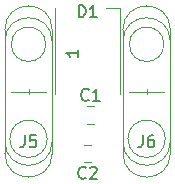
<source format=gbr>
%TF.GenerationSoftware,KiCad,Pcbnew,5.1.9+dfsg1-1+deb11u1*%
%TF.CreationDate,2023-07-29T18:16:24+09:00*%
%TF.ProjectId,probe-adapter,70726f62-652d-4616-9461-707465722e6b,rev?*%
%TF.SameCoordinates,Original*%
%TF.FileFunction,Legend,Top*%
%TF.FilePolarity,Positive*%
%FSLAX46Y46*%
G04 Gerber Fmt 4.6, Leading zero omitted, Abs format (unit mm)*
G04 Created by KiCad (PCBNEW 5.1.9+dfsg1-1+deb11u1) date 2023-07-29 18:16:24*
%MOMM*%
%LPD*%
G01*
G04 APERTURE LIST*
%ADD10C,0.120000*%
%ADD11C,0.150000*%
G04 APERTURE END LIST*
D10*
%TO.C,D1*%
X178750000Y-113200000D02*
X178750000Y-105900000D01*
X184250000Y-113200000D02*
X184250000Y-105900000D01*
X184250000Y-105900000D02*
X183100000Y-105900000D01*
%TO.C,J5*%
X177957738Y-109000000D02*
G75*
G03*
X177957738Y-109000000I-1457738J0D01*
G01*
X178081139Y-117000000D02*
G75*
G03*
X178081139Y-117000000I-1581139J0D01*
G01*
X174500000Y-107750000D02*
X174500000Y-118250000D01*
X178500000Y-107750000D02*
X178500000Y-118250000D01*
X175000000Y-113000000D02*
X178000000Y-113000000D01*
X176500000Y-113250000D02*
X176500000Y-112750000D01*
X174500000Y-107750000D02*
G75*
G02*
X178500000Y-107750000I2000000J0D01*
G01*
X174500000Y-108750000D02*
G75*
G02*
X178500000Y-108750000I2000000J0D01*
G01*
X178500000Y-118250000D02*
G75*
G02*
X174500000Y-118250000I-2000000J0D01*
G01*
X178500000Y-117250000D02*
G75*
G02*
X174500000Y-117250000I-2000000J0D01*
G01*
%TO.C,J6*%
X186500000Y-113250000D02*
X186500000Y-112750000D01*
X185000000Y-113000000D02*
X188000000Y-113000000D01*
X188500000Y-107750000D02*
X188500000Y-118250000D01*
X184500000Y-107750000D02*
X184500000Y-118250000D01*
X188081139Y-117000000D02*
G75*
G03*
X188081139Y-117000000I-1581139J0D01*
G01*
X187957738Y-109000000D02*
G75*
G03*
X187957738Y-109000000I-1457738J0D01*
G01*
X188500000Y-117250000D02*
G75*
G02*
X184500000Y-117250000I-2000000J0D01*
G01*
X188500000Y-118250000D02*
G75*
G02*
X184500000Y-118250000I-2000000J0D01*
G01*
X184500000Y-108750000D02*
G75*
G02*
X188500000Y-108750000I2000000J0D01*
G01*
X184500000Y-107750000D02*
G75*
G02*
X188500000Y-107750000I2000000J0D01*
G01*
%TO.C,C1*%
X181488748Y-114265000D02*
X182011252Y-114265000D01*
X181488748Y-115735000D02*
X182011252Y-115735000D01*
%TO.C,C2*%
X181761252Y-117515000D02*
X181238748Y-117515000D01*
X181761252Y-118985000D02*
X181238748Y-118985000D01*
%TO.C,D1*%
D11*
X180761904Y-106702380D02*
X180761904Y-105702380D01*
X181000000Y-105702380D01*
X181142857Y-105750000D01*
X181238095Y-105845238D01*
X181285714Y-105940476D01*
X181333333Y-106130952D01*
X181333333Y-106273809D01*
X181285714Y-106464285D01*
X181238095Y-106559523D01*
X181142857Y-106654761D01*
X181000000Y-106702380D01*
X180761904Y-106702380D01*
X182285714Y-106702380D02*
X181714285Y-106702380D01*
X182000000Y-106702380D02*
X182000000Y-105702380D01*
X181904761Y-105845238D01*
X181809523Y-105940476D01*
X181714285Y-105988095D01*
X180702380Y-109464285D02*
X180702380Y-110035714D01*
X180702380Y-109750000D02*
X179702380Y-109750000D01*
X179845238Y-109845238D01*
X179940476Y-109940476D01*
X179988095Y-110035714D01*
%TO.C,J5*%
X176166666Y-116702380D02*
X176166666Y-117416666D01*
X176119047Y-117559523D01*
X176023809Y-117654761D01*
X175880952Y-117702380D01*
X175785714Y-117702380D01*
X177119047Y-116702380D02*
X176642857Y-116702380D01*
X176595238Y-117178571D01*
X176642857Y-117130952D01*
X176738095Y-117083333D01*
X176976190Y-117083333D01*
X177071428Y-117130952D01*
X177119047Y-117178571D01*
X177166666Y-117273809D01*
X177166666Y-117511904D01*
X177119047Y-117607142D01*
X177071428Y-117654761D01*
X176976190Y-117702380D01*
X176738095Y-117702380D01*
X176642857Y-117654761D01*
X176595238Y-117607142D01*
%TO.C,J6*%
X186166666Y-116702380D02*
X186166666Y-117416666D01*
X186119047Y-117559523D01*
X186023809Y-117654761D01*
X185880952Y-117702380D01*
X185785714Y-117702380D01*
X187071428Y-116702380D02*
X186880952Y-116702380D01*
X186785714Y-116750000D01*
X186738095Y-116797619D01*
X186642857Y-116940476D01*
X186595238Y-117130952D01*
X186595238Y-117511904D01*
X186642857Y-117607142D01*
X186690476Y-117654761D01*
X186785714Y-117702380D01*
X186976190Y-117702380D01*
X187071428Y-117654761D01*
X187119047Y-117607142D01*
X187166666Y-117511904D01*
X187166666Y-117273809D01*
X187119047Y-117178571D01*
X187071428Y-117130952D01*
X186976190Y-117083333D01*
X186785714Y-117083333D01*
X186690476Y-117130952D01*
X186642857Y-117178571D01*
X186595238Y-117273809D01*
%TO.C,C1*%
X181583333Y-113677142D02*
X181535714Y-113724761D01*
X181392857Y-113772380D01*
X181297619Y-113772380D01*
X181154761Y-113724761D01*
X181059523Y-113629523D01*
X181011904Y-113534285D01*
X180964285Y-113343809D01*
X180964285Y-113200952D01*
X181011904Y-113010476D01*
X181059523Y-112915238D01*
X181154761Y-112820000D01*
X181297619Y-112772380D01*
X181392857Y-112772380D01*
X181535714Y-112820000D01*
X181583333Y-112867619D01*
X182535714Y-113772380D02*
X181964285Y-113772380D01*
X182250000Y-113772380D02*
X182250000Y-112772380D01*
X182154761Y-112915238D01*
X182059523Y-113010476D01*
X181964285Y-113058095D01*
%TO.C,C2*%
X181333333Y-120287142D02*
X181285714Y-120334761D01*
X181142857Y-120382380D01*
X181047619Y-120382380D01*
X180904761Y-120334761D01*
X180809523Y-120239523D01*
X180761904Y-120144285D01*
X180714285Y-119953809D01*
X180714285Y-119810952D01*
X180761904Y-119620476D01*
X180809523Y-119525238D01*
X180904761Y-119430000D01*
X181047619Y-119382380D01*
X181142857Y-119382380D01*
X181285714Y-119430000D01*
X181333333Y-119477619D01*
X181714285Y-119477619D02*
X181761904Y-119430000D01*
X181857142Y-119382380D01*
X182095238Y-119382380D01*
X182190476Y-119430000D01*
X182238095Y-119477619D01*
X182285714Y-119572857D01*
X182285714Y-119668095D01*
X182238095Y-119810952D01*
X181666666Y-120382380D01*
X182285714Y-120382380D01*
%TD*%
M02*

</source>
